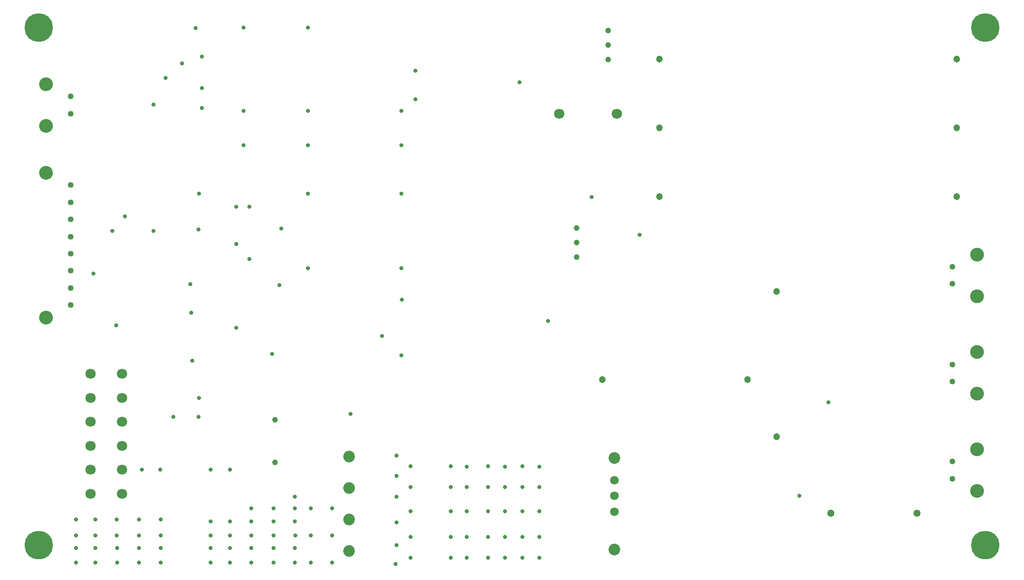
<source format=gbr>
%TF.GenerationSoftware,Altium Limited,Altium Designer,18.1.9 (240)*%
G04 Layer_Color=0*
%FSLAX26Y26*%
%MOIN*%
%TF.FileFunction,Plated,1,2,PTH,Drill*%
%TF.Part,Single*%
G01*
G75*
%TA.AperFunction,ComponentDrill*%
%ADD94C,0.070866*%
%TA.AperFunction,OtherDrill,Pad Free-4 (194.39mil,3759.843mil)*%
%ADD95C,0.196850*%
%TA.AperFunction,OtherDrill,Pad Free-4 (194.39mil,196.85mil)*%
%ADD96C,0.196850*%
%TA.AperFunction,OtherDrill,Pad Free-4 (6712.598mil,3759.843mil)*%
%ADD97C,0.196850*%
%TA.AperFunction,OtherDrill,Pad Free-4 (6712.598mil,196.85mil)*%
%ADD98C,0.196850*%
%TA.AperFunction,ComponentDrill*%
%ADD99C,0.040157*%
%ADD100C,0.094882*%
%ADD101C,0.047244*%
%ADD102C,0.047244*%
%ADD103C,0.051181*%
%ADD104C,0.079921*%
%ADD105C,0.059843*%
%ADD106C,0.070866*%
%ADD107C,0.039370*%
%TA.AperFunction,ViaDrill,NotFilled*%
%ADD108C,0.028000*%
D94*
X767716Y1047244D02*
D03*
Y881890D02*
D03*
Y716535D02*
D03*
Y551181D02*
D03*
Y1212598D02*
D03*
X551181D02*
D03*
Y1047244D02*
D03*
Y881890D02*
D03*
Y716535D02*
D03*
Y551181D02*
D03*
Y1377953D02*
D03*
X767716D02*
D03*
D95*
X194390Y3759843D02*
D03*
D96*
Y196850D02*
D03*
D97*
X6712598Y3759843D02*
D03*
D98*
Y196850D02*
D03*
D99*
X413386Y1850394D02*
D03*
Y1968504D02*
D03*
Y2086614D02*
D03*
Y2204724D02*
D03*
Y2322835D02*
D03*
Y2440945D02*
D03*
Y2559055D02*
D03*
Y2677165D02*
D03*
Y3169291D02*
D03*
Y3287402D02*
D03*
X6483465Y2114768D02*
D03*
Y1996658D02*
D03*
Y1442913D02*
D03*
Y1324803D02*
D03*
Y773622D02*
D03*
Y655512D02*
D03*
D100*
X243307Y2761811D02*
D03*
Y1765748D02*
D03*
Y3372047D02*
D03*
Y3084646D02*
D03*
X6653543Y1912012D02*
D03*
Y2199413D02*
D03*
Y1240158D02*
D03*
Y1527559D02*
D03*
Y570866D02*
D03*
Y858268D02*
D03*
D101*
X5275591Y944882D02*
D03*
Y1944882D02*
D03*
D102*
X4074803Y1338583D02*
D03*
X5074803D02*
D03*
X4468504Y3543307D02*
D03*
X6515748D02*
D03*
Y3070866D02*
D03*
X4468504D02*
D03*
Y2598425D02*
D03*
X6515748D02*
D03*
D103*
X5649606Y419291D02*
D03*
X6240158D02*
D03*
D104*
X2332677Y807087D02*
D03*
Y590551D02*
D03*
Y374016D02*
D03*
Y157480D02*
D03*
X4158661Y797244D02*
D03*
Y167323D02*
D03*
D105*
Y644882D02*
D03*
Y536614D02*
D03*
Y427953D02*
D03*
D106*
X3779528Y3169291D02*
D03*
X4173228D02*
D03*
D107*
X3897638Y2380394D02*
D03*
Y2280394D02*
D03*
Y2180394D02*
D03*
X4114173Y3541732D02*
D03*
Y3641732D02*
D03*
Y3741732D02*
D03*
X1820709Y1062992D02*
D03*
Y767716D02*
D03*
D108*
X3503937Y3386220D02*
D03*
X5431102Y536614D02*
D03*
X5629921Y1181102D02*
D03*
X4000391Y2595925D02*
D03*
X4330709Y2334291D02*
D03*
X1243701Y1796575D02*
D03*
X1555118Y2527303D02*
D03*
Y2270315D02*
D03*
X1645669Y2169291D02*
D03*
Y2527303D02*
D03*
X1274331Y3757874D02*
D03*
X1181102Y3515256D02*
D03*
X3702364Y1742894D02*
D03*
X728346Y1712598D02*
D03*
X1239173Y1994862D02*
D03*
X1250118Y1467165D02*
D03*
X787400Y2460625D02*
D03*
X3641732Y112391D02*
D03*
Y255323D02*
D03*
Y432488D02*
D03*
Y598570D02*
D03*
Y739485D02*
D03*
X3523622Y740068D02*
D03*
Y599153D02*
D03*
Y433071D02*
D03*
Y255905D02*
D03*
Y112974D02*
D03*
X3405512Y739485D02*
D03*
Y598570D02*
D03*
Y432488D02*
D03*
Y255323D02*
D03*
Y112391D02*
D03*
X3287402Y740068D02*
D03*
Y599153D02*
D03*
Y433071D02*
D03*
Y255905D02*
D03*
Y112974D02*
D03*
X3139764Y112391D02*
D03*
Y255323D02*
D03*
Y432488D02*
D03*
Y598570D02*
D03*
Y739485D02*
D03*
X3031496Y112974D02*
D03*
Y255905D02*
D03*
Y433071D02*
D03*
Y599153D02*
D03*
Y740068D02*
D03*
X702559Y2362205D02*
D03*
X984252Y3232284D02*
D03*
X1659724Y450469D02*
D03*
X1812205D02*
D03*
X1379134Y716535D02*
D03*
X1511659D02*
D03*
X1379134Y361516D02*
D03*
X1511659D02*
D03*
X2066929Y79685D02*
D03*
X2214488D02*
D03*
X2066929Y266118D02*
D03*
X2214488D02*
D03*
X2066929Y452756D02*
D03*
X2214488D02*
D03*
X1958504Y532856D02*
D03*
X1959493Y450469D02*
D03*
X1811777Y361516D02*
D03*
X1959414D02*
D03*
X1659296D02*
D03*
X1659567Y177165D02*
D03*
X1959685D02*
D03*
X1812047D02*
D03*
Y79685D02*
D03*
X1959685D02*
D03*
X1659567D02*
D03*
X1511659Y266118D02*
D03*
X1659296D02*
D03*
X1379134D02*
D03*
X1812205D02*
D03*
X1959764D02*
D03*
X1379055Y79685D02*
D03*
X1511580D02*
D03*
Y177165D02*
D03*
X1379055D02*
D03*
X1606299Y2952756D02*
D03*
X2690256Y2618110D02*
D03*
X2047244D02*
D03*
X1606299Y3188976D02*
D03*
X2047244Y3759843D02*
D03*
X1606299D02*
D03*
X2047244Y3188976D02*
D03*
X1299213Y1212598D02*
D03*
X1068116Y3416093D02*
D03*
X1317638Y3208661D02*
D03*
X1866007Y2378780D02*
D03*
X2559055Y1639764D02*
D03*
X1850394Y1988189D02*
D03*
X570866Y2066928D02*
D03*
X2789370Y3463779D02*
D03*
Y3267716D02*
D03*
X1319134Y3562756D02*
D03*
Y3344646D02*
D03*
X452677Y177165D02*
D03*
X585202D02*
D03*
Y79685D02*
D03*
X452677D02*
D03*
X585281Y374016D02*
D03*
X732918D02*
D03*
X885827D02*
D03*
X905512Y719617D02*
D03*
X1033386Y374016D02*
D03*
Y266118D02*
D03*
X885827D02*
D03*
X452756D02*
D03*
X732918D02*
D03*
X585281D02*
D03*
X733189Y79685D02*
D03*
X1033307D02*
D03*
X885669D02*
D03*
Y177165D02*
D03*
X1033307D02*
D03*
X733189D02*
D03*
X452756Y374016D02*
D03*
X1031496Y717920D02*
D03*
X2690256Y2952756D02*
D03*
X1296193Y2371002D02*
D03*
X1296965Y2618110D02*
D03*
X2047244Y2106299D02*
D03*
Y2952756D02*
D03*
X2690256Y3188976D02*
D03*
X1294147Y1080709D02*
D03*
X2342520Y1102362D02*
D03*
X1122239Y1080709D02*
D03*
X2690186Y1503937D02*
D03*
X2690256Y2106299D02*
D03*
X2695805Y1889764D02*
D03*
X1555118Y1694882D02*
D03*
X1801024Y1514921D02*
D03*
X2755905Y740068D02*
D03*
Y599153D02*
D03*
Y433071D02*
D03*
Y255905D02*
D03*
Y112974D02*
D03*
X2651575Y67277D02*
D03*
X2657480Y197223D02*
D03*
Y354331D02*
D03*
Y531496D02*
D03*
Y675591D02*
D03*
Y815688D02*
D03*
X984252Y2362205D02*
D03*
%TF.MD5,b20e5f2c3122dfcd0f7e3e28c5469504*%
M02*

</source>
